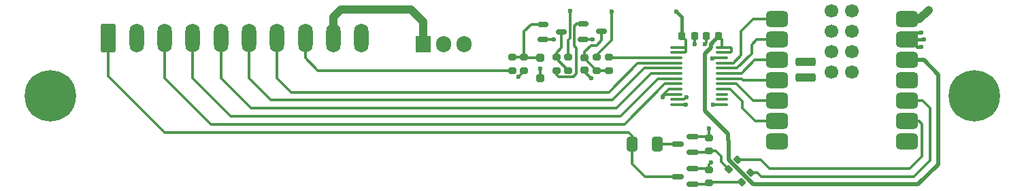
<source format=gbr>
%TF.GenerationSoftware,KiCad,Pcbnew,8.0.3*%
%TF.CreationDate,2025-03-09T15:38:32-04:00*%
%TF.ProjectId,200280rB,32303032-3830-4724-922e-6b696361645f,rev?*%
%TF.SameCoordinates,PX3473bc0PY5f5e100*%
%TF.FileFunction,Copper,L1,Top*%
%TF.FilePolarity,Positive*%
%FSLAX46Y46*%
G04 Gerber Fmt 4.6, Leading zero omitted, Abs format (unit mm)*
G04 Created by KiCad (PCBNEW 8.0.3) date 2025-03-09 15:38:32*
%MOMM*%
%LPD*%
G01*
G04 APERTURE LIST*
G04 Aperture macros list*
%AMRoundRect*
0 Rectangle with rounded corners*
0 $1 Rounding radius*
0 $2 $3 $4 $5 $6 $7 $8 $9 X,Y pos of 4 corners*
0 Add a 4 corners polygon primitive as box body*
4,1,4,$2,$3,$4,$5,$6,$7,$8,$9,$2,$3,0*
0 Add four circle primitives for the rounded corners*
1,1,$1+$1,$2,$3*
1,1,$1+$1,$4,$5*
1,1,$1+$1,$6,$7*
1,1,$1+$1,$8,$9*
0 Add four rect primitives between the rounded corners*
20,1,$1+$1,$2,$3,$4,$5,0*
20,1,$1+$1,$4,$5,$6,$7,0*
20,1,$1+$1,$6,$7,$8,$9,0*
20,1,$1+$1,$8,$9,$2,$3,0*%
G04 Aperture macros list end*
%TA.AperFunction,SMDPad,CuDef*%
%ADD10RoundRect,0.200000X-0.275000X0.200000X-0.275000X-0.200000X0.275000X-0.200000X0.275000X0.200000X0*%
%TD*%
%TA.AperFunction,SMDPad,CuDef*%
%ADD11RoundRect,0.200000X0.275000X-0.200000X0.275000X0.200000X-0.275000X0.200000X-0.275000X-0.200000X0*%
%TD*%
%TA.AperFunction,SMDPad,CuDef*%
%ADD12RoundRect,0.150000X-0.512500X-0.150000X0.512500X-0.150000X0.512500X0.150000X-0.512500X0.150000X0*%
%TD*%
%TA.AperFunction,SMDPad,CuDef*%
%ADD13RoundRect,0.250000X-0.250000X0.250000X-0.250000X-0.250000X0.250000X-0.250000X0.250000X0.250000X0*%
%TD*%
%TA.AperFunction,SMDPad,CuDef*%
%ADD14RoundRect,0.225000X-0.250000X0.225000X-0.250000X-0.225000X0.250000X-0.225000X0.250000X0.225000X0*%
%TD*%
%TA.AperFunction,ComponentPad*%
%ADD15RoundRect,0.250000X-0.650000X-1.550000X0.650000X-1.550000X0.650000X1.550000X-0.650000X1.550000X0*%
%TD*%
%TA.AperFunction,ComponentPad*%
%ADD16O,1.800000X3.600000*%
%TD*%
%TA.AperFunction,SMDPad,CuDef*%
%ADD17RoundRect,0.100000X-0.637500X-0.100000X0.637500X-0.100000X0.637500X0.100000X-0.637500X0.100000X0*%
%TD*%
%TA.AperFunction,SMDPad,CuDef*%
%ADD18RoundRect,0.200000X-0.053033X0.335876X-0.335876X0.053033X0.053033X-0.335876X0.335876X-0.053033X0*%
%TD*%
%TA.AperFunction,SMDPad,CuDef*%
%ADD19RoundRect,0.225000X0.225000X0.250000X-0.225000X0.250000X-0.225000X-0.250000X0.225000X-0.250000X0*%
%TD*%
%TA.AperFunction,ComponentPad*%
%ADD20C,6.400000*%
%TD*%
%TA.AperFunction,SMDPad,CuDef*%
%ADD21RoundRect,0.500000X-0.875000X-0.500000X0.875000X-0.500000X0.875000X0.500000X-0.875000X0.500000X0*%
%TD*%
%TA.AperFunction,SMDPad,CuDef*%
%ADD22RoundRect,0.275000X0.975000X0.275000X-0.975000X0.275000X-0.975000X-0.275000X0.975000X-0.275000X0*%
%TD*%
%TA.AperFunction,SMDPad,CuDef*%
%ADD23C,1.700000*%
%TD*%
%TA.AperFunction,SMDPad,CuDef*%
%ADD24RoundRect,0.150000X0.587500X0.150000X-0.587500X0.150000X-0.587500X-0.150000X0.587500X-0.150000X0*%
%TD*%
%TA.AperFunction,ComponentPad*%
%ADD25R,1.905000X2.000000*%
%TD*%
%TA.AperFunction,ComponentPad*%
%ADD26O,1.905000X2.000000*%
%TD*%
%TA.AperFunction,SMDPad,CuDef*%
%ADD27RoundRect,0.250000X0.412500X0.650000X-0.412500X0.650000X-0.412500X-0.650000X0.412500X-0.650000X0*%
%TD*%
%TA.AperFunction,ViaPad*%
%ADD28C,0.600000*%
%TD*%
%TA.AperFunction,Conductor*%
%ADD29C,0.300000*%
%TD*%
%TA.AperFunction,Conductor*%
%ADD30C,0.400000*%
%TD*%
%TA.AperFunction,Conductor*%
%ADD31C,1.000000*%
%TD*%
%TA.AperFunction,Conductor*%
%ADD32C,0.500000*%
%TD*%
G04 APERTURE END LIST*
D10*
%TO.P,R6,1*%
%TO.N,/ObstructionObserved_5V*%
X74500000Y17325000D03*
%TO.P,R6,2*%
%TO.N,Net-(Q2-C)*%
X74500000Y15675000D03*
%TD*%
D11*
%TO.P,R5,1*%
%TO.N,Net-(Q2-C)*%
X73000000Y15675000D03*
%TO.P,R5,2*%
%TO.N,+5V*%
X73000000Y17325000D03*
%TD*%
D10*
%TO.P,R3,1*%
%TO.N,Net-(Q1-C)*%
X68000000Y17325000D03*
%TO.P,R3,2*%
%TO.N,Net-(Q2-B)*%
X68000000Y15675000D03*
%TD*%
D11*
%TO.P,R4,1*%
%TO.N,Net-(Q1-C)*%
X69500000Y15675000D03*
%TO.P,R4,2*%
%TO.N,+5V*%
X69500000Y17325000D03*
%TD*%
%TO.P,R2,1*%
%TO.N,GND*%
X64000000Y15675000D03*
%TO.P,R2,2*%
%TO.N,Net-(D1-K)*%
X64000000Y17325000D03*
%TD*%
D10*
%TO.P,R1,1*%
%TO.N,Net-(D1-K)*%
X62500000Y17325000D03*
%TO.P,R1,2*%
%TO.N,/Obstruction*%
X62500000Y15675000D03*
%TD*%
D12*
%TO.P,Q2,1,B*%
%TO.N,Net-(Q2-B)*%
X71362500Y21500000D03*
%TO.P,Q2,2,E*%
%TO.N,GND*%
X71362500Y19600000D03*
%TO.P,Q2,3,C*%
%TO.N,Net-(Q2-C)*%
X73637500Y20550000D03*
%TD*%
%TO.P,Q1,1,B*%
%TO.N,Net-(D1-K)*%
X66362500Y21450000D03*
%TO.P,Q1,2,E*%
%TO.N,GND*%
X66362500Y19550000D03*
%TO.P,Q1,3,C*%
%TO.N,Net-(Q1-C)*%
X68637500Y20500000D03*
%TD*%
D13*
%TO.P,D1,1,K*%
%TO.N,Net-(D1-K)*%
X66000000Y17250000D03*
%TO.P,D1,2,A*%
%TO.N,GND*%
X66000000Y14750000D03*
%TD*%
D14*
%TO.P,C3,2*%
%TO.N,GND*%
X71500000Y15725000D03*
%TO.P,C3,1*%
%TO.N,Net-(Q2-C)*%
X71500000Y17275000D03*
%TD*%
D15*
%TO.P,J1,1,Pin_1*%
%TO.N,/WallButton*%
X12250000Y19750000D03*
D16*
%TO.P,J1,2,Pin_2*%
%TO.N,unconnected-(J1-Pin_2-Pad2)*%
X15750000Y19750000D03*
%TO.P,J1,3,Pin_3*%
%TO.N,/Relay3_Motor_Opening*%
X19250000Y19750000D03*
%TO.P,J1,4,Pin_4*%
%TO.N,/Relay2_Motor_Closing*%
X22750000Y19750000D03*
%TO.P,J1,5,Pin_5*%
%TO.N,/Relay1_Light*%
X26250000Y19750000D03*
%TO.P,J1,6,Pin_6*%
%TO.N,/EndStopClosed*%
X29750000Y19750000D03*
%TO.P,J1,7,Pin_7*%
%TO.N,/EndStopOpen*%
X33250000Y19750000D03*
%TO.P,J1,8,Pin_8*%
%TO.N,/Obstruction*%
X36750000Y19750000D03*
%TO.P,J1,9,Pin_9*%
%TO.N,/PowerIn*%
X40250000Y19750000D03*
%TO.P,J1,10,Pin_10*%
%TO.N,GND*%
X43750000Y19750000D03*
%TD*%
D17*
%TO.P,U2,1,VCCA*%
%TO.N,+5V*%
X82912500Y18575000D03*
%TO.P,U2,2,DIR*%
X82912500Y17925000D03*
%TO.P,U2,3,A1*%
%TO.N,/ObstructionObserved_5V*%
X82912500Y17275000D03*
%TO.P,U2,4,A2*%
%TO.N,/EndStopOpen*%
X82912500Y16625000D03*
%TO.P,U2,5,A3*%
%TO.N,/EndStopClosed*%
X82912500Y15975000D03*
%TO.P,U2,6,A4*%
%TO.N,/Relay1_Light*%
X82912500Y15325000D03*
%TO.P,U2,7,A5*%
%TO.N,/Relay2_Motor_Closing*%
X82912500Y14675000D03*
%TO.P,U2,8,A6*%
%TO.N,/Relay3_Motor_Opening*%
X82912500Y14025000D03*
%TO.P,U2,9,A7*%
%TO.N,GND*%
X82912500Y13375000D03*
%TO.P,U2,10,A8*%
X82912500Y12725000D03*
%TO.P,U2,11,GND*%
X82912500Y12075000D03*
%TO.P,U2,12,GND*%
X82912500Y11425000D03*
%TO.P,U2,13,GND*%
X88637500Y11425000D03*
%TO.P,U2,14,B8*%
%TO.N,unconnected-(U2-B8-Pad14)*%
X88637500Y12075000D03*
%TO.P,U2,15,B7*%
%TO.N,unconnected-(U2-B7-Pad15)*%
X88637500Y12725000D03*
%TO.P,U2,16,B6*%
%TO.N,/Relay3_Motor_Opening_3V*%
X88637500Y13375000D03*
%TO.P,U2,17,B5*%
%TO.N,/Relay2_Motor_Closing_3V*%
X88637500Y14025000D03*
%TO.P,U2,18,B4*%
%TO.N,/Relay1_Light_3V*%
X88637500Y14675000D03*
%TO.P,U2,19,B3*%
%TO.N,/EndStopClosed_3V*%
X88637500Y15325000D03*
%TO.P,U2,20,B2*%
%TO.N,/EndStopOpen_3V*%
X88637500Y15975000D03*
%TO.P,U2,21,B1*%
%TO.N,/ObstructionObserved_3V*%
X88637500Y16625000D03*
%TO.P,U2,22,~{OE}*%
%TO.N,GND*%
X88637500Y17275000D03*
%TO.P,U2,23,VCCB*%
%TO.N,+3V3*%
X88637500Y17925000D03*
%TO.P,U2,24,VCCB*%
X88637500Y18575000D03*
%TD*%
D18*
%TO.P,R8,1*%
%TO.N,/WallLightButtonSimulation*%
X90583363Y4583363D03*
%TO.P,R8,2*%
%TO.N,Net-(Q3-G)*%
X89416637Y3416637D03*
%TD*%
D19*
%TO.P,C2,1*%
%TO.N,+3V3*%
X88175000Y20000000D03*
%TO.P,C2,2*%
%TO.N,GND*%
X86625000Y20000000D03*
%TD*%
D20*
%TO.P,H1,1,1*%
%TO.N,unconnected-(H1-Pad1)*%
X5000000Y12500000D03*
%TD*%
D21*
%TO.P,U3,1,GPIO1_A0_D0*%
%TO.N,/ObstructionObserved_3V*%
X95438636Y22073000D03*
%TO.P,U3,2,GPIO2_A1_D1*%
%TO.N,/EndStopOpen_3V*%
X95438636Y19533000D03*
%TO.P,U3,3,GPIO3_A2_D2*%
%TO.N,/EndStopClosed_3V*%
X95438636Y16993000D03*
%TO.P,U3,4,GPIO4_A3_D3*%
%TO.N,/Relay1_Light_3V*%
X95438636Y14453000D03*
%TO.P,U3,5,GPIO5_A4_D4_SDA*%
%TO.N,/Relay2_Motor_Closing_3V*%
X95438636Y11913000D03*
%TO.P,U3,6,GPIO6_A5_D5_SCL*%
%TO.N,/Relay3_Motor_Opening_3V*%
X95438636Y9373000D03*
%TO.P,U3,7,GPIO43_A6_D6_TX*%
%TO.N,unconnected-(U3-GPIO43_A6_D6_TX-Pad7)*%
X95438636Y6833000D03*
%TO.P,U3,8,GPIO44_D7_RX*%
%TO.N,unconnected-(U3-GPIO44_D7_RX-Pad8)*%
X111603636Y6833000D03*
%TO.P,U3,9,GPIO7_A8_D8_SCK*%
%TO.N,/WallLightButtonSimulation*%
X111603636Y9373000D03*
%TO.P,U3,10,GPIO8_A9_D9_MISO*%
%TO.N,/WallButtonSimulation*%
X111603636Y11913000D03*
%TO.P,U3,11,GPIO9_A10_D10_MOSI*%
%TO.N,unconnected-(U3-GPIO9_A10_D10_MOSI-Pad11)*%
X111603636Y14453000D03*
%TO.P,U3,12,3V3*%
%TO.N,+3V3*%
X111603636Y16993000D03*
%TO.P,U3,13,GND*%
%TO.N,GND*%
X111603636Y19533000D03*
%TO.P,U3,14,5V*%
%TO.N,+5V*%
X111603636Y22073000D03*
D22*
%TO.P,U3,15,BAT*%
%TO.N,unconnected-(U3-BAT-Pad15)*%
X99048636Y14835000D03*
%TO.P,U3,16,GND*%
%TO.N,unconnected-(U3-GND-Pad16)*%
X99048636Y16740000D03*
D23*
%TO.P,U3,17,MTDI*%
%TO.N,unconnected-(U3-MTDI-Pad17)*%
X102223636Y23085000D03*
%TO.P,U3,18,MTDO*%
%TO.N,unconnected-(U3-MTDO-Pad18)*%
X104763636Y23085000D03*
%TO.P,U3,19,CHIP_EN*%
%TO.N,unconnected-(U3-CHIP_EN-Pad19)*%
X102223636Y20545000D03*
%TO.P,U3,20,GND*%
%TO.N,unconnected-(U3-GND-Pad20)*%
X104763636Y20545000D03*
%TO.P,U3,21,MTMS*%
%TO.N,unconnected-(U3-MTMS-Pad21)*%
X102223636Y18005000D03*
%TO.P,U3,22,MTCK*%
%TO.N,unconnected-(U3-MTCK-Pad22)*%
X104763636Y18005000D03*
%TO.P,U3,23,USB_DN*%
%TO.N,unconnected-(U3-USB_DN-Pad23)*%
X102223636Y15465000D03*
%TO.P,U3,24,USB_DP*%
%TO.N,unconnected-(U3-USB_DP-Pad24)*%
X104763636Y15465000D03*
%TD*%
D24*
%TO.P,Q4,1,G*%
%TO.N,Net-(Q4-G)*%
X84937500Y1550000D03*
%TO.P,Q4,2,S*%
%TO.N,GND*%
X84937500Y3450000D03*
%TO.P,Q4,3,D*%
%TO.N,/WallButton*%
X83062500Y2500000D03*
%TD*%
D19*
%TO.P,C1,1*%
%TO.N,GND*%
X85175000Y20000000D03*
%TO.P,C1,2*%
%TO.N,+5V*%
X83625000Y20000000D03*
%TD*%
D25*
%TO.P,U1,1,VI*%
%TO.N,/PowerIn*%
X51460000Y19000000D03*
D26*
%TO.P,U1,2,GND*%
%TO.N,GND*%
X54000000Y19000000D03*
%TO.P,U1,3,VO*%
%TO.N,+5V*%
X56540000Y19000000D03*
%TD*%
D10*
%TO.P,R7,1*%
%TO.N,GND*%
X87000000Y7325000D03*
%TO.P,R7,2*%
%TO.N,Net-(Q3-G)*%
X87000000Y5675000D03*
%TD*%
D27*
%TO.P,C4,1*%
%TO.N,Net-(Q3-D)*%
X80562500Y6500000D03*
%TO.P,C4,2*%
%TO.N,/WallButton*%
X77437500Y6500000D03*
%TD*%
D20*
%TO.P,H2,1,1*%
%TO.N,unconnected-(H2-Pad1)*%
X120000000Y12500000D03*
%TD*%
D24*
%TO.P,Q3,1,G*%
%TO.N,Net-(Q3-G)*%
X84937500Y5550000D03*
%TO.P,Q3,2,S*%
%TO.N,GND*%
X84937500Y7450000D03*
%TO.P,Q3,3,D*%
%TO.N,Net-(Q3-D)*%
X83062500Y6500000D03*
%TD*%
D18*
%TO.P,R10,1*%
%TO.N,/WallButtonSimulation*%
X92183363Y2983363D03*
%TO.P,R10,2*%
%TO.N,Net-(Q4-G)*%
X91016637Y1816637D03*
%TD*%
D10*
%TO.P,R9,1*%
%TO.N,GND*%
X87000000Y3325000D03*
%TO.P,R9,2*%
%TO.N,Net-(Q4-G)*%
X87000000Y1675000D03*
%TD*%
D28*
%TO.N,GND*%
X81200000Y12400000D03*
%TO.N,+5V*%
X74900000Y23000000D03*
%TO.N,GND*%
X72300000Y14700000D03*
X72500000Y19600000D03*
X67700000Y19600000D03*
X66000000Y15900000D03*
X63300000Y14900000D03*
X84200000Y12400000D03*
X85200000Y19000000D03*
X84100000Y11425000D03*
X113400000Y18600000D03*
X113700000Y19533000D03*
X87000000Y8500000D03*
X87500000Y11400000D03*
X113400000Y20400000D03*
X87250000Y4250000D03*
X86500000Y19000000D03*
X87400000Y17200000D03*
%TO.N,+5V*%
X69700000Y23100000D03*
X82950000Y23000000D03*
X114300000Y23200000D03*
%TD*%
D29*
%TO.N,GND*%
X81525000Y12725000D02*
X81200000Y12400000D01*
X82912500Y12725000D02*
X81525000Y12725000D01*
X81200000Y12600000D02*
X81200000Y12400000D01*
X81800000Y13200000D02*
X81200000Y12600000D01*
X81975000Y13375000D02*
X81800000Y13200000D01*
X82912500Y13375000D02*
X81975000Y13375000D01*
%TO.N,/ObstructionObserved_3V*%
X91000000Y20600000D02*
X91000000Y17600000D01*
X90025000Y16625000D02*
X88637500Y16625000D01*
X92527000Y22073000D02*
X92500000Y22100000D01*
X92500000Y22100000D02*
X91000000Y20600000D01*
X91000000Y17600000D02*
X90025000Y16625000D01*
X95438636Y22073000D02*
X92527000Y22073000D01*
%TO.N,+5V*%
X69500000Y19500000D02*
X69500000Y17325000D01*
X69700000Y23100000D02*
X69700000Y19700000D01*
X69700000Y19700000D02*
X69500000Y19500000D01*
%TO.N,GND*%
X71500000Y15500000D02*
X72300000Y14700000D01*
X71500000Y15725000D02*
X71500000Y15500000D01*
X66000000Y14750000D02*
X66000000Y15900000D01*
X64000000Y15600000D02*
X63300000Y14900000D01*
X64000000Y15675000D02*
X64000000Y15600000D01*
%TO.N,/Obstruction*%
X38325000Y15675000D02*
X62500000Y15675000D01*
X36750000Y17250000D02*
X38325000Y15675000D01*
X36750000Y19750000D02*
X36750000Y17250000D01*
%TO.N,/ObstructionObserved_5V*%
X74550000Y17275000D02*
X74500000Y17325000D01*
X82912500Y17275000D02*
X74550000Y17275000D01*
%TO.N,+5V*%
X74900000Y19500000D02*
X74900000Y23000000D01*
X73000000Y17600000D02*
X74000000Y18600000D01*
X74000000Y18600000D02*
X74900000Y19500000D01*
X73000000Y17325000D02*
X73000000Y17600000D01*
%TO.N,Net-(Q2-C)*%
X72300000Y18800000D02*
X71500000Y18000000D01*
X73000000Y18800000D02*
X72300000Y18800000D01*
X71500000Y18000000D02*
X71500000Y17275000D01*
X73637500Y19437500D02*
X73000000Y18800000D01*
X73637500Y20550000D02*
X73637500Y19437500D01*
X73000000Y15675000D02*
X74500000Y15675000D01*
X71500000Y17275000D02*
X71500000Y17175000D01*
X71500000Y17175000D02*
X73000000Y15675000D01*
%TO.N,Net-(Q2-B)*%
X70200000Y21200000D02*
X70500000Y21500000D01*
X70200000Y18800000D02*
X70200000Y21200000D01*
X70500000Y18500000D02*
X70200000Y18800000D01*
X70500000Y21500000D02*
X71362500Y21500000D01*
X68000000Y15200000D02*
X68300000Y14900000D01*
X70500000Y15300000D02*
X70500000Y18500000D01*
X70100000Y14900000D02*
X70500000Y15300000D01*
X68300000Y14900000D02*
X70100000Y14900000D01*
X68000000Y15675000D02*
X68000000Y15200000D01*
%TO.N,Net-(Q1-C)*%
X68000000Y17175000D02*
X69500000Y15675000D01*
X68000000Y17325000D02*
X68000000Y17175000D01*
X68000000Y17900000D02*
X68637500Y18537500D01*
X68637500Y18537500D02*
X68637500Y20500000D01*
X68000000Y17325000D02*
X68000000Y17900000D01*
%TO.N,Net-(D1-K)*%
X64850000Y21450000D02*
X66362500Y21450000D01*
X64000000Y20600000D02*
X64850000Y21450000D01*
X64000000Y17325000D02*
X64000000Y20600000D01*
X64075000Y17250000D02*
X64000000Y17325000D01*
X66000000Y17250000D02*
X64075000Y17250000D01*
X62500000Y17325000D02*
X64000000Y17325000D01*
%TO.N,GND*%
X71362500Y19600000D02*
X72500000Y19600000D01*
X67650000Y19550000D02*
X67700000Y19600000D01*
X66362500Y19550000D02*
X67650000Y19550000D01*
X87525000Y11425000D02*
X87500000Y11400000D01*
X86875000Y7450000D02*
X87000000Y7325000D01*
D30*
X111967000Y19533000D02*
X111603636Y19533000D01*
D29*
X87250000Y4250000D02*
X87000000Y4000000D01*
X87000000Y7325000D02*
X87000000Y8500000D01*
D30*
X113400000Y20400000D02*
X112470636Y20400000D01*
D29*
X86625000Y20000000D02*
X86625000Y19125000D01*
X85175000Y19025000D02*
X85200000Y19000000D01*
X87000000Y3325000D02*
X86875000Y3450000D01*
X86875000Y3450000D02*
X84937500Y3450000D01*
X84100000Y11425000D02*
X82912500Y11425000D01*
D30*
X113400000Y18600000D02*
X112900000Y18600000D01*
D29*
X88637500Y11425000D02*
X87525000Y11425000D01*
X84200000Y12400000D02*
X83875000Y12075000D01*
D30*
X112900000Y18600000D02*
X111967000Y19533000D01*
X112470636Y20400000D02*
X111603636Y19533000D01*
D29*
X87475000Y17275000D02*
X87400000Y17200000D01*
X83875000Y12075000D02*
X82912500Y12075000D01*
X86625000Y19125000D02*
X86500000Y19000000D01*
X87000000Y4000000D02*
X87000000Y3325000D01*
X88637500Y17275000D02*
X87475000Y17275000D01*
X84937500Y7450000D02*
X86875000Y7450000D01*
X85175000Y20000000D02*
X85175000Y19025000D01*
D30*
X113700000Y19533000D02*
X111603636Y19533000D01*
D29*
%TO.N,/Relay3_Motor_Opening*%
X25000000Y9000000D02*
X19250000Y14750000D01*
X81525000Y14025000D02*
X76500000Y9000000D01*
X82912500Y14025000D02*
X81525000Y14025000D01*
X19250000Y14750000D02*
X19250000Y19750000D01*
X76500000Y9000000D02*
X25000000Y9000000D01*
%TO.N,/EndStopClosed*%
X32500000Y12000000D02*
X29750000Y14750000D01*
X29750000Y14750000D02*
X29750000Y19750000D01*
X75000000Y12000000D02*
X32500000Y12000000D01*
X82912500Y15975000D02*
X78975000Y15975000D01*
X78975000Y15975000D02*
X75000000Y12000000D01*
%TO.N,/Relay2_Motor_Closing*%
X76000000Y10000000D02*
X80675000Y14675000D01*
X80675000Y14675000D02*
X82912500Y14675000D01*
X22750000Y14750000D02*
X27500000Y10000000D01*
X27500000Y10000000D02*
X76000000Y10000000D01*
X22750000Y19750000D02*
X22750000Y14750000D01*
%TO.N,/EndStopOpen*%
X33250000Y19750000D02*
X33250000Y14750000D01*
X78125000Y16625000D02*
X82912500Y16625000D01*
X35000000Y13000000D02*
X74500000Y13000000D01*
X33250000Y14750000D02*
X35000000Y13000000D01*
X74500000Y13000000D02*
X78125000Y16625000D01*
%TO.N,/WallButton*%
X12250000Y19750000D02*
X12250000Y15000000D01*
X77437500Y7562500D02*
X77437500Y6500000D01*
X79000000Y2500000D02*
X83062500Y2500000D01*
X19250000Y8000000D02*
X77000000Y8000000D01*
X77437500Y4062500D02*
X79000000Y2500000D01*
X77000000Y8000000D02*
X77437500Y7562500D01*
X77437500Y6500000D02*
X77437500Y4062500D01*
X12250000Y15000000D02*
X19250000Y8000000D01*
%TO.N,/Relay1_Light*%
X79825000Y15325000D02*
X75500000Y11000000D01*
X75500000Y11000000D02*
X30000000Y11000000D01*
X30000000Y11000000D02*
X26250000Y14750000D01*
X82912500Y15325000D02*
X79825000Y15325000D01*
X26250000Y14750000D02*
X26250000Y19750000D01*
D31*
%TO.N,/PowerIn*%
X41200000Y23300000D02*
X49900000Y23300000D01*
X49900000Y23300000D02*
X51460000Y21740000D01*
X40250000Y22350000D02*
X41200000Y23300000D01*
X51460000Y21740000D02*
X51460000Y19000000D01*
X40250000Y19750000D02*
X40250000Y22350000D01*
D29*
%TO.N,+5V*%
X84025000Y18575000D02*
X84100000Y18500000D01*
D31*
X113173000Y22073000D02*
X114300000Y23200000D01*
D29*
X83625000Y19975000D02*
X84100000Y19500000D01*
X83625000Y20000000D02*
X83625000Y19975000D01*
X84100000Y18650000D02*
X84025000Y18575000D01*
X82912500Y18575000D02*
X84025000Y18575000D01*
D30*
X83625000Y20000000D02*
X83625000Y22325000D01*
D29*
X82912500Y17925000D02*
X84025000Y17925000D01*
X84100000Y19500000D02*
X84100000Y18650000D01*
D30*
X83625000Y22325000D02*
X82950000Y23000000D01*
D29*
X84100000Y18500000D02*
X84100000Y18000000D01*
X84025000Y17925000D02*
X84100000Y18000000D01*
D31*
X111603636Y22073000D02*
X113173000Y22073000D01*
D32*
%TO.N,+3V3*%
X89416932Y4571006D02*
X90187938Y3800000D01*
D29*
X88637500Y19537500D02*
X88175000Y20000000D01*
D32*
X89416932Y6983068D02*
X89416932Y4571006D01*
D29*
X88637500Y18575000D02*
X88637500Y19537500D01*
D32*
X87210000Y19010000D02*
X87210000Y18510000D01*
D29*
X89725000Y17925000D02*
X89800000Y18000000D01*
D32*
X92500000Y1500000D02*
X113000000Y1500000D01*
X89400000Y7000000D02*
X89416932Y6983068D01*
X90200000Y3800000D02*
X92500000Y1500000D01*
D29*
X88637500Y17925000D02*
X89725000Y17925000D01*
D32*
X115500000Y15200000D02*
X113707000Y16993000D01*
X89400000Y7800000D02*
X89400000Y7000000D01*
X90187938Y3800000D02*
X90200000Y3800000D01*
D29*
X89800000Y18500000D02*
X89800000Y18000000D01*
D32*
X87210000Y18510000D02*
X86500000Y17800000D01*
X88175000Y19975000D02*
X87210000Y19010000D01*
X115500000Y4000000D02*
X115500000Y15200000D01*
X86500000Y17800000D02*
X86500000Y10700000D01*
X86500000Y10700000D02*
X89400000Y7800000D01*
D29*
X88175000Y20000000D02*
X88175000Y19975000D01*
X88637500Y18575000D02*
X89725000Y18575000D01*
X89725000Y18575000D02*
X89800000Y18500000D01*
D32*
X113000000Y1500000D02*
X115500000Y4000000D01*
X113707000Y16993000D02*
X111603636Y16993000D01*
D29*
%TO.N,/EndStopClosed_3V*%
X88637500Y15325000D02*
X91025000Y15325000D01*
X92693000Y16993000D02*
X95438636Y16993000D01*
X91025000Y15325000D02*
X92693000Y16993000D01*
%TO.N,/Relay2_Motor_Closing_3V*%
X92487000Y11913000D02*
X95438636Y11913000D01*
X88637500Y14025000D02*
X90375000Y14025000D01*
X90375000Y14025000D02*
X92487000Y11913000D01*
%TO.N,/Relay1_Light_3V*%
X88637500Y14675000D02*
X91025000Y14675000D01*
X91247000Y14453000D02*
X95438636Y14453000D01*
X91025000Y14675000D02*
X91247000Y14453000D01*
%TO.N,/EndStopOpen_3V*%
X92300000Y17800000D02*
X92300000Y18900000D01*
X90475000Y15975000D02*
X92300000Y17800000D01*
X92300000Y18900000D02*
X92933000Y19533000D01*
X88637500Y15975000D02*
X90475000Y15975000D01*
X92933000Y19533000D02*
X95438636Y19533000D01*
%TO.N,/Relay3_Motor_Opening_3V*%
X91100000Y11000000D02*
X92727000Y9373000D01*
X89625000Y13375000D02*
X91100000Y11900000D01*
X88637500Y13375000D02*
X89625000Y13375000D01*
X92727000Y9373000D02*
X95438636Y9373000D01*
X91100000Y11900000D02*
X91100000Y11000000D01*
%TO.N,/WallButtonSimulation*%
X93500000Y2500000D02*
X112500000Y2500000D01*
X113587000Y11913000D02*
X111603636Y11913000D01*
X93016637Y2983363D02*
X93500000Y2500000D01*
X114500000Y4500000D02*
X114500000Y11000000D01*
X92183363Y2983363D02*
X93016637Y2983363D01*
X114500000Y11000000D02*
X113587000Y11913000D01*
X112500000Y2500000D02*
X114500000Y4500000D01*
%TO.N,Net-(Q3-D)*%
X83062500Y6500000D02*
X80562500Y6500000D01*
%TO.N,Net-(Q4-G)*%
X87141637Y1816637D02*
X87000000Y1675000D01*
X86875000Y1550000D02*
X87000000Y1675000D01*
X91016637Y1816637D02*
X87141637Y1816637D01*
X84937500Y1550000D02*
X86875000Y1550000D01*
%TO.N,Net-(Q3-G)*%
X86875000Y5550000D02*
X87000000Y5675000D01*
X88500000Y4333274D02*
X88500000Y5000000D01*
X87825000Y5675000D02*
X87000000Y5675000D01*
X88500000Y5000000D02*
X87825000Y5675000D01*
X84937500Y5550000D02*
X86875000Y5550000D01*
X89416637Y3416637D02*
X88500000Y4333274D01*
%TO.N,/WallLightButtonSimulation*%
X112000000Y3500000D02*
X113500000Y5000000D01*
X113127000Y9373000D02*
X111603636Y9373000D01*
X113500000Y9000000D02*
X113127000Y9373000D01*
X90583363Y4583363D02*
X93416637Y4583363D01*
X93416637Y4583363D02*
X94500000Y3500000D01*
X113500000Y5000000D02*
X113500000Y9000000D01*
X94500000Y3500000D02*
X112000000Y3500000D01*
%TD*%
M02*

</source>
